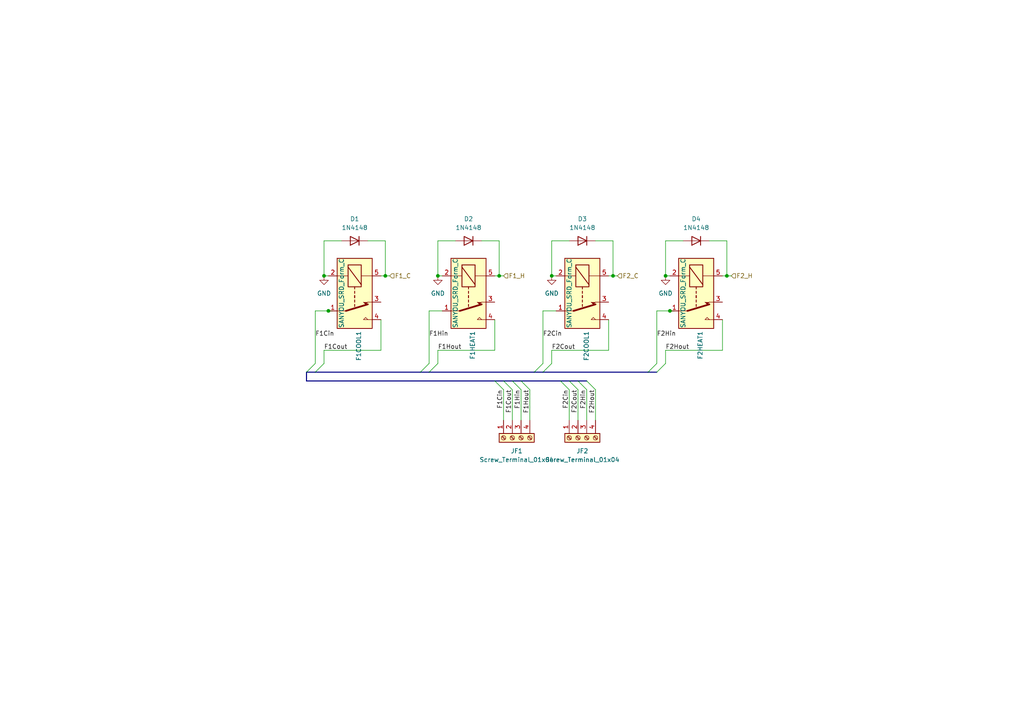
<source format=kicad_sch>
(kicad_sch (version 20211123) (generator eeschema)
  (paper "A4")
  (lib_symbols
    (symbol "Connector:Screw_Terminal_01x04" (pin_names (offset 1.016) hide)
      (property "Reference" "J" (at 0 5.08 0))
      (property "Value" "Screw_Terminal_01x04" (at 0 -7.62 0))
      (symbol "Screw_Terminal_01x04_1_1"
        (rectangle (start -1.27 3.81) (end 1.27 -6.35) (stroke (width 0.254)) (fill (type background)))
        (circle (center 0 -5.08) (radius 0.635) (stroke (width 0.1524)))
        (circle (center 0 -2.54) (radius 0.635) (stroke (width 0.1524)))
        (polyline (pts (xy -0.5334 -4.7498) (xy 0.3302 -5.588)) (stroke (width 0.1524)))
        (polyline (pts (xy -0.5334 -2.2098) (xy 0.3302 -3.048)) (stroke (width 0.1524)))
        (polyline (pts (xy -0.5334 0.3302) (xy 0.3302 -0.508)) (stroke (width 0.1524)))
        (polyline (pts (xy -0.5334 2.8702) (xy 0.3302 2.032)) (stroke (width 0.1524)))
        (polyline (pts (xy -0.3556 -4.572) (xy 0.508 -5.4102)) (stroke (width 0.1524)))
        (polyline (pts (xy -0.3556 -2.032) (xy 0.508 -2.8702)) (stroke (width 0.1524)))
        (polyline (pts (xy -0.3556 0.508) (xy 0.508 -0.3302)) (stroke (width 0.1524)))
        (polyline (pts (xy -0.3556 3.048) (xy 0.508 2.2098)) (stroke (width 0.1524)))
        (circle (center 0 0) (radius 0.635) (stroke (width 0.1524)))
        (circle (center 0 2.54) (radius 0.635) (stroke (width 0.1524)))
        (pin passive line (at -5.08 2.54 0) (length 3.81) (name "Pin_1") (number "1"))
        (pin passive line (at -5.08 0 0) (length 3.81) (name "Pin_2") (number "2"))
        (pin passive line (at -5.08 -2.54 0) (length 3.81) (name "Pin_3") (number "3"))
        (pin passive line (at -5.08 -5.08 0) (length 3.81) (name "Pin_4") (number "4"))
      )
    )
    (symbol "Diode:1N4148" (pin_numbers hide) (pin_names hide)
      (property "Reference" "D" (at 0 2.54 0))
      (property "Value" "1N4148" (at 0 -2.54 0))
      (symbol "1N4148_0_1"
        (polyline (pts (xy -1.27 1.27) (xy -1.27 -1.27)) (stroke (width 0.254)))
        (polyline (pts (xy 1.27 0) (xy -1.27 0)))
        (polyline (pts (xy 1.27 1.27) (xy 1.27 -1.27) (xy -1.27 0) (xy 1.27 1.27)) (stroke (width 0.254)))
      )
      (symbol "1N4148_1_1"
        (pin passive line (at -3.81 0 0) (length 2.54) (name "K") (number "1"))
        (pin passive line (at 3.81 0 180) (length 2.54) (name "A") (number "2"))
      )
    )
    (symbol "Glycol_Chiller-rescue:SANYOU_SRD_Form_C-Relay" (pin_names (offset 1.016))
      (property "Reference" "K" (at 11.43 3.81 0))
      (property "Value" "SANYOU_SRD_Form_C-Relay" (at 11.43 1.27 0))
      (symbol "SANYOU_SRD_Form_C-Relay_0_0"
        (polyline (pts (xy 2.54 3.81) (xy 2.54 5.08)))
        (polyline (pts (xy 7.62 3.81) (xy 7.62 5.08)))
        (polyline (pts (xy 7.62 3.81) (xy 7.62 2.54) (xy 6.985 3.175) (xy 7.62 3.81)))
      )
      (symbol "SANYOU_SRD_Form_C-Relay_0_1"
        (rectangle (start -10.16 5.08) (end 10.16 -5.08) (stroke (width 0.254)) (fill (type background)))
        (rectangle (start -8.255 1.905) (end -1.905 -1.905) (stroke (width 0.254)))
        (polyline (pts (xy -7.62 -1.905) (xy -2.54 1.905)) (stroke (width 0.254)))
        (polyline (pts (xy -5.08 -5.08) (xy -5.08 -1.905)))
        (polyline (pts (xy -5.08 5.08) (xy -5.08 1.905)))
        (polyline (pts (xy -1.905 0) (xy -1.27 0)) (stroke (width 0.254)))
        (polyline (pts (xy -0.635 0) (xy 0 0)) (stroke (width 0.254)))
        (polyline (pts (xy 0.635 0) (xy 1.27 0)) (stroke (width 0.254)))
        (polyline (pts (xy 0.635 0) (xy 1.27 0)) (stroke (width 0.254)))
        (polyline (pts (xy 1.905 0) (xy 2.54 0)) (stroke (width 0.254)))
        (polyline (pts (xy 3.175 0) (xy 3.81 0)) (stroke (width 0.254)))
        (polyline (pts (xy 5.08 -2.54) (xy 3.175 3.81)) (stroke (width 0.508)))
        (polyline (pts (xy 5.08 -2.54) (xy 5.08 -5.08)))
        (polyline (pts (xy 2.54 2.54) (xy 3.175 3.175) (xy 2.54 3.81)) (fill (type outline)))
      )
      (symbol "SANYOU_SRD_Form_C-Relay_1_1"
        (pin passive line (at 5.08 -7.62 90) (length 2.54) (name "~") (number "1"))
        (pin passive line (at -5.08 -7.62 90) (length 2.54) (name "~") (number "2"))
        (pin passive line (at 2.54 7.62 270) (length 2.54) (name "~") (number "3"))
        (pin passive line (at 7.62 7.62 270) (length 2.54) (name "~") (number "4"))
        (pin passive line (at -5.08 7.62 270) (length 2.54) (name "~") (number "5"))
      )
    )
    (symbol "power:GND" (power) (pin_names (offset 0))
      (property "Value" "GND" (at 0 -3.81 0))
      (symbol "GND_0_1"
        (polyline (pts (xy 0 0) (xy 0 -1.27) (xy 1.27 -1.27) (xy 0 -2.54) (xy -1.27 -1.27) (xy 0 -1.27)))
      )
      (symbol "GND_1_1"
        (pin power_in line (at 0 0 270) (length 0) hide (name "GND") (number "1"))
      )
    )
  )
  (junction (at 210.82 80.01))
  (junction (at 194.31 90.17))
  (junction (at 144.78 80.01))
  (junction (at 160.02 80.01))
  (junction (at 111.76 80.01))
  (junction (at 177.8 80.01))
  (junction (at 95.25 90.17))
  (junction (at 193.04 80.01))
  (junction (at 93.98 80.01))
  (junction (at 127 80.01))
  (bus_entry (at 91.44 107.95) (size 2.54 -2.54))
  (bus_entry (at 146.05 110.49) (size 2.54 2.54))
  (bus_entry (at 157.48 107.95) (size 2.54 -2.54))
  (bus_entry (at 167.64 110.49) (size 2.54 2.54))
  (bus_entry (at 162.56 110.49) (size 2.54 2.54))
  (bus_entry (at 187.96 107.95) (size 2.54 -2.54))
  (bus_entry (at 88.9 107.95) (size 2.54 -2.54))
  (bus_entry (at 154.94 107.95) (size 2.54 -2.54))
  (bus_entry (at 124.46 107.95) (size 2.54 -2.54))
  (bus_entry (at 190.5 107.95) (size 2.54 -2.54))
  (bus_entry (at 165.1 110.49) (size 2.54 2.54))
  (bus_entry (at 170.18 110.49) (size 2.54 2.54))
  (bus_entry (at 143.51 110.49) (size 2.54 2.54))
  (bus_entry (at 121.92 107.95) (size 2.54 -2.54))
  (bus_entry (at 148.59 110.49) (size 2.54 2.54))
  (bus_entry (at 151.13 110.49) (size 2.54 2.54))
  (wire (pts (xy 99.06 69.85) (xy 93.98 69.85)))
  (wire (pts (xy 132.08 69.85) (xy 127 69.85)))
  (bus (pts (xy 167.64 110.49) (xy 170.18 110.49)))
  (wire (pts (xy 157.48 90.17) (xy 161.29 90.17)))
  (bus (pts (xy 88.9 110.49) (xy 88.9 107.95)))
  (wire (pts (xy 96.52 90.17) (xy 95.25 90.17)))
  (wire (pts (xy 160.02 101.6) (xy 160.02 105.41)))
  (wire (pts (xy 146.05 113.03) (xy 146.05 121.92)))
  (wire (pts (xy 106.68 69.85) (xy 111.76 69.85)))
  (wire (pts (xy 110.49 101.6) (xy 93.98 101.6)))
  (wire (pts (xy 172.72 69.85) (xy 177.8 69.85)))
  (wire (pts (xy 124.46 90.17) (xy 124.46 105.41)))
  (wire (pts (xy 153.67 113.03) (xy 153.67 121.92)))
  (wire (pts (xy 194.31 90.17) (xy 190.5 90.17)))
  (wire (pts (xy 167.64 113.03) (xy 167.64 121.92)))
  (bus (pts (xy 148.59 110.49) (xy 151.13 110.49)))
  (wire (pts (xy 212.09 80.01) (xy 210.82 80.01)))
  (wire (pts (xy 111.76 80.01) (xy 110.49 80.01)))
  (bus (pts (xy 146.05 110.49) (xy 148.59 110.49)))
  (bus (pts (xy 157.48 107.95) (xy 187.96 107.95)))
  (wire (pts (xy 161.29 80.01) (xy 160.02 80.01)))
  (wire (pts (xy 193.04 69.85) (xy 193.04 80.01)))
  (wire (pts (xy 128.27 80.01) (xy 127 80.01)))
  (wire (pts (xy 170.18 113.03) (xy 170.18 121.92)))
  (bus (pts (xy 143.51 110.49) (xy 88.9 110.49)))
  (wire (pts (xy 111.76 69.85) (xy 111.76 80.01)))
  (wire (pts (xy 198.12 69.85) (xy 193.04 69.85)))
  (bus (pts (xy 88.9 107.95) (xy 91.44 107.95)))
  (bus (pts (xy 165.1 110.49) (xy 167.64 110.49)))
  (bus (pts (xy 187.96 107.95) (xy 190.5 107.95)))
  (wire (pts (xy 128.27 90.17) (xy 124.46 90.17)))
  (wire (pts (xy 165.1 69.85) (xy 160.02 69.85)))
  (bus (pts (xy 154.94 107.95) (xy 157.48 107.95)))
  (bus (pts (xy 151.13 110.49) (xy 162.56 110.49)))
  (wire (pts (xy 193.04 101.6) (xy 193.04 105.41)))
  (wire (pts (xy 160.02 69.85) (xy 160.02 80.01)))
  (wire (pts (xy 151.13 113.03) (xy 151.13 121.92)))
  (wire (pts (xy 190.5 90.17) (xy 190.5 105.41)))
  (wire (pts (xy 209.55 92.71) (xy 209.55 101.6)))
  (wire (pts (xy 177.8 69.85) (xy 177.8 80.01)))
  (wire (pts (xy 210.82 80.01) (xy 209.55 80.01)))
  (wire (pts (xy 93.98 69.85) (xy 93.98 80.01)))
  (wire (pts (xy 113.03 80.01) (xy 111.76 80.01)))
  (wire (pts (xy 195.58 90.17) (xy 194.31 90.17)))
  (wire (pts (xy 205.74 69.85) (xy 210.82 69.85)))
  (wire (pts (xy 176.53 101.6) (xy 160.02 101.6)))
  (wire (pts (xy 210.82 69.85) (xy 210.82 80.01)))
  (wire (pts (xy 139.7 69.85) (xy 144.78 69.85)))
  (wire (pts (xy 176.53 92.71) (xy 176.53 101.6)))
  (wire (pts (xy 146.05 80.01) (xy 144.78 80.01)))
  (wire (pts (xy 144.78 69.85) (xy 144.78 80.01)))
  (wire (pts (xy 110.49 92.71) (xy 110.49 101.6)))
  (wire (pts (xy 177.8 80.01) (xy 176.53 80.01)))
  (wire (pts (xy 127 101.6) (xy 127 105.41)))
  (wire (pts (xy 143.51 92.71) (xy 143.51 101.6)))
  (wire (pts (xy 179.07 80.01) (xy 177.8 80.01)))
  (wire (pts (xy 172.72 113.03) (xy 172.72 121.92)))
  (wire (pts (xy 127 69.85) (xy 127 80.01)))
  (wire (pts (xy 194.31 80.01) (xy 193.04 80.01)))
  (wire (pts (xy 144.78 80.01) (xy 143.51 80.01)))
  (bus (pts (xy 124.46 107.95) (xy 154.94 107.95)))
  (bus (pts (xy 121.92 107.95) (xy 124.46 107.95)))
  (wire (pts (xy 209.55 101.6) (xy 193.04 101.6)))
  (wire (pts (xy 143.51 101.6) (xy 127 101.6)))
  (wire (pts (xy 95.25 80.01) (xy 93.98 80.01)))
  (wire (pts (xy 148.59 113.03) (xy 148.59 121.92)))
  (wire (pts (xy 165.1 113.03) (xy 165.1 121.92)))
  (bus (pts (xy 143.51 110.49) (xy 146.05 110.49)))
  (wire (pts (xy 157.48 90.17) (xy 157.48 105.41)))
  (bus (pts (xy 91.44 107.95) (xy 121.92 107.95)))
  (wire (pts (xy 95.25 90.17) (xy 91.44 90.17)))
  (wire (pts (xy 91.44 90.17) (xy 91.44 105.41)))
  (bus (pts (xy 162.56 110.49) (xy 165.1 110.49)))
  (wire (pts (xy 93.98 101.6) (xy 93.98 105.41)))
  (label "F1Hin" (at 124.46 97.79 0))
  (label "F1Cout" (at 148.59 113.03 270))
  (label "F1Cin" (at 146.05 113.03 270))
  (label "F2Cout" (at 160.02 101.6 0))
  (label "F1Cin" (at 91.44 97.79 0))
  (label "F2Hout" (at 172.72 113.03 270))
  (label "F2Cin" (at 157.48 97.79 0))
  (label "F2Hout" (at 193.04 101.6 0))
  (label "F2Hin" (at 190.5 97.79 0))
  (label "F1Hout" (at 127 101.6 0))
  (label "F2Cout" (at 167.64 113.03 270))
  (label "F1Cout" (at 93.98 101.6 0))
  (label "F2Cin" (at 165.1 113.03 270))
  (label "F1Hout" (at 153.67 113.03 270))
  (label "F2Hin" (at 170.18 113.03 270))
  (label "F1Hin" (at 151.13 113.03 270))
  (hierarchical_label "F2_H" (shape input) (at 212.09 80.01 0))
  (hierarchical_label "F2_C" (shape input) (at 179.07 80.01 0))
  (hierarchical_label "F1_C" (shape input) (at 113.03 80.01 0))
  (hierarchical_label "F1_H" (shape input) (at 146.05 80.01 0))
  (symbol (lib_id "Diode:1N4148") (at 102.87 69.85 180) (unit 1)
    (property "Reference" "D1" (at 102.87 63.5 0))
    (property "Value" "1N4148" (at 102.87 66.04 0))
    (property "Footprint" "Diode_SMD:D_SOD-323F" (effects hide))
    (property "Datasheet" "https://assets.nexperia.com/documents/data-sheet/1N4148_1N4448.pdf" (effects hide))
  )
  (symbol (lib_id "Glycol_Chiller-rescue:SANYOU_SRD_Form_C-Relay") (at 102.87 85.09 270) (unit 1)
    (property "Reference" "F1COOL1" (at 104.0384 96.012 0) (effects (justify left)))
    (property "Value" "SANYOU_SRD_Form_C" (at 99.06 74.93 0) (effects (justify left)))
    (property "Footprint" "Relay_THT:Relay_SPDT_SANYOU_SRD_Series_Form_C" (effects hide))
    (property "Datasheet" "http://www.sanyourelay.ca/public/products/pdf/SRD.pdf" (effects hide))
  )
  (symbol (lib_id "Glycol_Chiller-rescue:SANYOU_SRD_Form_C-Relay") (at 135.89 85.09 270) (unit 1)
    (property "Reference" "F1HEAT1" (at 137.0584 96.012 0) (effects (justify left)))
    (property "Value" "SANYOU_SRD_Form_C" (at 132.08 74.93 0) (effects (justify left)))
    (property "Footprint" "Relay_THT:Relay_SPDT_SANYOU_SRD_Series_Form_C" (effects hide))
    (property "Datasheet" "http://www.sanyourelay.ca/public/products/pdf/SRD.pdf" (effects hide))
  )
  (symbol (lib_id "Glycol_Chiller-rescue:SANYOU_SRD_Form_C-Relay") (at 201.93 85.09 270) (unit 1)
    (property "Reference" "F2HEAT1" (at 203.0984 96.012 0) (effects (justify left)))
    (property "Value" "SANYOU_SRD_Form_C" (at 198.12 74.93 0) (effects (justify left)))
    (property "Footprint" "Relay_THT:Relay_SPDT_SANYOU_SRD_Series_Form_C" (effects hide))
    (property "Datasheet" "http://www.sanyourelay.ca/public/products/pdf/SRD.pdf" (effects hide))
  )
  (symbol (lib_id "power:GND") (at 193.04 80.01 0) (unit 1)
    (property "Reference" "#PWR0108" (effects hide))
    (property "Value" "GND" (at 193.04 85.09 0))
  )
  (symbol (lib_id "Diode:1N4148") (at 201.93 69.85 180) (unit 1)
    (property "Reference" "D4" (at 201.93 63.5 0))
    (property "Value" "1N4148" (at 201.93 66.04 0))
    (property "Footprint" "Diode_SMD:D_SOD-323F" (effects hide))
    (property "Datasheet" "https://assets.nexperia.com/documents/data-sheet/1N4148_1N4448.pdf" (effects hide))
  )
  (symbol (lib_id "power:GND") (at 93.98 80.01 0) (unit 1)
    (property "Reference" "#PWR0112" (effects hide))
    (property "Value" "GND" (at 93.98 85.09 0))
  )
  (symbol (lib_id "Connector:Screw_Terminal_01x04") (at 148.59 127 90) (mirror x) (unit 1)
    (property "Reference" "JF1" (at 149.86 130.81 90))
    (property "Value" "Screw_Terminal_01x04" (at 149.86 133.35 90))
    (property "Footprint" "TerminalBlock:TerminalBlock_Altech_AK300-4_P5.00mm" (effects hide))
  )
  (symbol (lib_id "Diode:1N4148") (at 135.89 69.85 180) (unit 1)
    (property "Reference" "D2" (at 135.89 63.5 0))
    (property "Value" "1N4148" (at 135.89 66.04 0))
    (property "Footprint" "Diode_SMD:D_SOD-323F" (effects hide))
    (property "Datasheet" "https://assets.nexperia.com/documents/data-sheet/1N4148_1N4448.pdf" (effects hide))
  )
  (symbol (lib_id "Connector:Screw_Terminal_01x04") (at 167.64 127 90) (mirror x) (unit 1)
    (property "Reference" "JF2" (at 168.91 130.81 90))
    (property "Value" "Screw_Terminal_01x04" (at 168.91 133.35 90))
    (property "Footprint" "TerminalBlock:TerminalBlock_Altech_AK300-4_P5.00mm" (effects hide))
  )
  (symbol (lib_id "Diode:1N4148") (at 168.91 69.85 180) (unit 1)
    (property "Reference" "D3" (at 168.91 63.5 0))
    (property "Value" "1N4148" (at 168.91 66.04 0))
    (property "Footprint" "Diode_SMD:D_SOD-323F" (effects hide))
    (property "Datasheet" "https://assets.nexperia.com/documents/data-sheet/1N4148_1N4448.pdf" (effects hide))
  )
  (symbol (lib_id "power:GND") (at 160.02 80.01 0) (unit 1)
    (property "Reference" "#PWR0107" (effects hide))
    (property "Value" "GND" (at 160.02 85.09 0))
  )
  (symbol (lib_id "Glycol_Chiller-rescue:SANYOU_SRD_Form_C-Relay") (at 168.91 85.09 270) (unit 1)
    (property "Reference" "F2COOL1" (at 170.0784 96.012 0) (effects (justify left)))
    (property "Value" "SANYOU_SRD_Form_C" (at 165.1 74.93 0) (effects (justify left)))
    (property "Footprint" "Relay_THT:Relay_SPDT_SANYOU_SRD_Series_Form_C" (effects hide))
    (property "Datasheet" "http://www.sanyourelay.ca/public/products/pdf/SRD.pdf" (effects hide))
  )
  (symbol (lib_id "power:GND") (at 127 80.01 0) (unit 1)
    (property "Reference" "#PWR0113" (effects hide))
    (property "Value" "GND" (at 127 85.09 0))
  )
)
</source>
